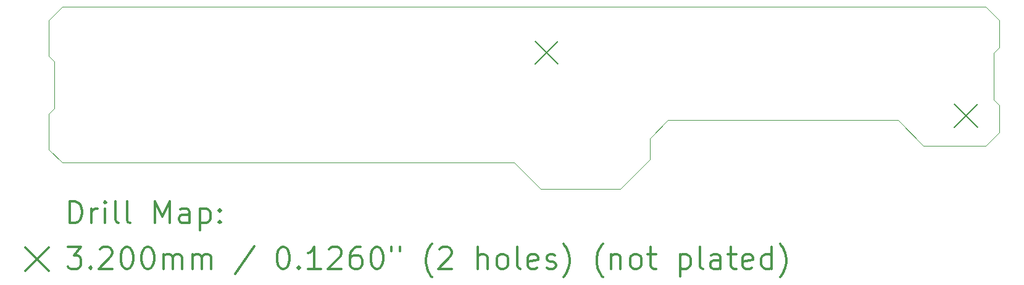
<source format=gbr>
%FSLAX45Y45*%
G04 Gerber Fmt 4.5, Leading zero omitted, Abs format (unit mm)*
G04 Created by KiCad (PCBNEW 5.1.10-88a1d61d58~88~ubuntu18.04.1) date 2021-09-18 16:03:00*
%MOMM*%
%LPD*%
G01*
G04 APERTURE LIST*
%TA.AperFunction,Profile*%
%ADD10C,0.050000*%
%TD*%
%ADD11C,0.200000*%
%ADD12C,0.300000*%
G04 APERTURE END LIST*
D10*
X15540000Y-10537000D02*
X15949000Y-10128000D01*
X15949000Y-9839000D02*
X16196000Y-9592000D01*
X15949000Y-10128000D02*
X15949000Y-9839000D01*
X19352000Y-9592000D02*
X16196000Y-9592000D01*
X19701000Y-9941000D02*
X19352000Y-9592000D01*
X20742000Y-8591000D02*
X20742000Y-8214000D01*
X20669000Y-9311000D02*
X20669000Y-8664000D01*
X20742000Y-9384000D02*
X20669000Y-9311000D01*
X20742000Y-8591000D02*
X20669000Y-8664000D01*
X7780000Y-8781000D02*
X7780000Y-9428000D01*
X7707000Y-8215000D02*
X7707000Y-8708000D01*
X7707000Y-8708000D02*
X7780000Y-8781000D01*
X7707000Y-9501000D02*
X7780000Y-9428000D01*
X20559000Y-8031000D02*
X20742000Y-8214000D01*
X20558000Y-9941000D02*
X20742000Y-9757000D01*
X7889000Y-10176000D02*
X7707000Y-9994000D01*
X14453000Y-10537000D02*
X15540000Y-10537000D01*
X14092000Y-10176000D02*
X14453000Y-10537000D01*
X7891000Y-8031000D02*
X7707000Y-8215000D01*
X7889000Y-10176000D02*
X14092000Y-10176000D01*
X7707000Y-9501000D02*
X7707000Y-9994000D01*
X20558000Y-9941000D02*
X19701000Y-9941000D01*
X20742000Y-9384000D02*
X20742000Y-9757000D01*
X7891000Y-8031000D02*
X20559000Y-8031000D01*
D11*
X14373000Y-8502000D02*
X14693000Y-8822000D01*
X14693000Y-8502000D02*
X14373000Y-8822000D01*
X20124000Y-9370000D02*
X20444000Y-9690000D01*
X20444000Y-9370000D02*
X20124000Y-9690000D01*
D12*
X7990928Y-11005214D02*
X7990928Y-10705214D01*
X8062357Y-10705214D01*
X8105214Y-10719500D01*
X8133786Y-10748072D01*
X8148071Y-10776643D01*
X8162357Y-10833786D01*
X8162357Y-10876643D01*
X8148071Y-10933786D01*
X8133786Y-10962357D01*
X8105214Y-10990929D01*
X8062357Y-11005214D01*
X7990928Y-11005214D01*
X8290928Y-11005214D02*
X8290928Y-10805214D01*
X8290928Y-10862357D02*
X8305214Y-10833786D01*
X8319500Y-10819500D01*
X8348071Y-10805214D01*
X8376643Y-10805214D01*
X8476643Y-11005214D02*
X8476643Y-10805214D01*
X8476643Y-10705214D02*
X8462357Y-10719500D01*
X8476643Y-10733786D01*
X8490928Y-10719500D01*
X8476643Y-10705214D01*
X8476643Y-10733786D01*
X8662357Y-11005214D02*
X8633786Y-10990929D01*
X8619500Y-10962357D01*
X8619500Y-10705214D01*
X8819500Y-11005214D02*
X8790928Y-10990929D01*
X8776643Y-10962357D01*
X8776643Y-10705214D01*
X9162357Y-11005214D02*
X9162357Y-10705214D01*
X9262357Y-10919500D01*
X9362357Y-10705214D01*
X9362357Y-11005214D01*
X9633786Y-11005214D02*
X9633786Y-10848072D01*
X9619500Y-10819500D01*
X9590928Y-10805214D01*
X9533786Y-10805214D01*
X9505214Y-10819500D01*
X9633786Y-10990929D02*
X9605214Y-11005214D01*
X9533786Y-11005214D01*
X9505214Y-10990929D01*
X9490928Y-10962357D01*
X9490928Y-10933786D01*
X9505214Y-10905214D01*
X9533786Y-10890929D01*
X9605214Y-10890929D01*
X9633786Y-10876643D01*
X9776643Y-10805214D02*
X9776643Y-11105214D01*
X9776643Y-10819500D02*
X9805214Y-10805214D01*
X9862357Y-10805214D01*
X9890928Y-10819500D01*
X9905214Y-10833786D01*
X9919500Y-10862357D01*
X9919500Y-10948072D01*
X9905214Y-10976643D01*
X9890928Y-10990929D01*
X9862357Y-11005214D01*
X9805214Y-11005214D01*
X9776643Y-10990929D01*
X10048071Y-10976643D02*
X10062357Y-10990929D01*
X10048071Y-11005214D01*
X10033786Y-10990929D01*
X10048071Y-10976643D01*
X10048071Y-11005214D01*
X10048071Y-10819500D02*
X10062357Y-10833786D01*
X10048071Y-10848072D01*
X10033786Y-10833786D01*
X10048071Y-10819500D01*
X10048071Y-10848072D01*
X7384500Y-11339500D02*
X7704500Y-11659500D01*
X7704500Y-11339500D02*
X7384500Y-11659500D01*
X7962357Y-11335214D02*
X8148071Y-11335214D01*
X8048071Y-11449500D01*
X8090928Y-11449500D01*
X8119500Y-11463786D01*
X8133786Y-11478071D01*
X8148071Y-11506643D01*
X8148071Y-11578071D01*
X8133786Y-11606643D01*
X8119500Y-11620929D01*
X8090928Y-11635214D01*
X8005214Y-11635214D01*
X7976643Y-11620929D01*
X7962357Y-11606643D01*
X8276643Y-11606643D02*
X8290928Y-11620929D01*
X8276643Y-11635214D01*
X8262357Y-11620929D01*
X8276643Y-11606643D01*
X8276643Y-11635214D01*
X8405214Y-11363786D02*
X8419500Y-11349500D01*
X8448071Y-11335214D01*
X8519500Y-11335214D01*
X8548071Y-11349500D01*
X8562357Y-11363786D01*
X8576643Y-11392357D01*
X8576643Y-11420929D01*
X8562357Y-11463786D01*
X8390928Y-11635214D01*
X8576643Y-11635214D01*
X8762357Y-11335214D02*
X8790928Y-11335214D01*
X8819500Y-11349500D01*
X8833786Y-11363786D01*
X8848071Y-11392357D01*
X8862357Y-11449500D01*
X8862357Y-11520929D01*
X8848071Y-11578071D01*
X8833786Y-11606643D01*
X8819500Y-11620929D01*
X8790928Y-11635214D01*
X8762357Y-11635214D01*
X8733786Y-11620929D01*
X8719500Y-11606643D01*
X8705214Y-11578071D01*
X8690928Y-11520929D01*
X8690928Y-11449500D01*
X8705214Y-11392357D01*
X8719500Y-11363786D01*
X8733786Y-11349500D01*
X8762357Y-11335214D01*
X9048071Y-11335214D02*
X9076643Y-11335214D01*
X9105214Y-11349500D01*
X9119500Y-11363786D01*
X9133786Y-11392357D01*
X9148071Y-11449500D01*
X9148071Y-11520929D01*
X9133786Y-11578071D01*
X9119500Y-11606643D01*
X9105214Y-11620929D01*
X9076643Y-11635214D01*
X9048071Y-11635214D01*
X9019500Y-11620929D01*
X9005214Y-11606643D01*
X8990928Y-11578071D01*
X8976643Y-11520929D01*
X8976643Y-11449500D01*
X8990928Y-11392357D01*
X9005214Y-11363786D01*
X9019500Y-11349500D01*
X9048071Y-11335214D01*
X9276643Y-11635214D02*
X9276643Y-11435214D01*
X9276643Y-11463786D02*
X9290928Y-11449500D01*
X9319500Y-11435214D01*
X9362357Y-11435214D01*
X9390928Y-11449500D01*
X9405214Y-11478071D01*
X9405214Y-11635214D01*
X9405214Y-11478071D02*
X9419500Y-11449500D01*
X9448071Y-11435214D01*
X9490928Y-11435214D01*
X9519500Y-11449500D01*
X9533786Y-11478071D01*
X9533786Y-11635214D01*
X9676643Y-11635214D02*
X9676643Y-11435214D01*
X9676643Y-11463786D02*
X9690928Y-11449500D01*
X9719500Y-11435214D01*
X9762357Y-11435214D01*
X9790928Y-11449500D01*
X9805214Y-11478071D01*
X9805214Y-11635214D01*
X9805214Y-11478071D02*
X9819500Y-11449500D01*
X9848071Y-11435214D01*
X9890928Y-11435214D01*
X9919500Y-11449500D01*
X9933786Y-11478071D01*
X9933786Y-11635214D01*
X10519500Y-11320929D02*
X10262357Y-11706643D01*
X10905214Y-11335214D02*
X10933786Y-11335214D01*
X10962357Y-11349500D01*
X10976643Y-11363786D01*
X10990928Y-11392357D01*
X11005214Y-11449500D01*
X11005214Y-11520929D01*
X10990928Y-11578071D01*
X10976643Y-11606643D01*
X10962357Y-11620929D01*
X10933786Y-11635214D01*
X10905214Y-11635214D01*
X10876643Y-11620929D01*
X10862357Y-11606643D01*
X10848071Y-11578071D01*
X10833786Y-11520929D01*
X10833786Y-11449500D01*
X10848071Y-11392357D01*
X10862357Y-11363786D01*
X10876643Y-11349500D01*
X10905214Y-11335214D01*
X11133786Y-11606643D02*
X11148071Y-11620929D01*
X11133786Y-11635214D01*
X11119500Y-11620929D01*
X11133786Y-11606643D01*
X11133786Y-11635214D01*
X11433786Y-11635214D02*
X11262357Y-11635214D01*
X11348071Y-11635214D02*
X11348071Y-11335214D01*
X11319500Y-11378071D01*
X11290928Y-11406643D01*
X11262357Y-11420929D01*
X11548071Y-11363786D02*
X11562357Y-11349500D01*
X11590928Y-11335214D01*
X11662357Y-11335214D01*
X11690928Y-11349500D01*
X11705214Y-11363786D01*
X11719500Y-11392357D01*
X11719500Y-11420929D01*
X11705214Y-11463786D01*
X11533786Y-11635214D01*
X11719500Y-11635214D01*
X11976643Y-11335214D02*
X11919500Y-11335214D01*
X11890928Y-11349500D01*
X11876643Y-11363786D01*
X11848071Y-11406643D01*
X11833786Y-11463786D01*
X11833786Y-11578071D01*
X11848071Y-11606643D01*
X11862357Y-11620929D01*
X11890928Y-11635214D01*
X11948071Y-11635214D01*
X11976643Y-11620929D01*
X11990928Y-11606643D01*
X12005214Y-11578071D01*
X12005214Y-11506643D01*
X11990928Y-11478071D01*
X11976643Y-11463786D01*
X11948071Y-11449500D01*
X11890928Y-11449500D01*
X11862357Y-11463786D01*
X11848071Y-11478071D01*
X11833786Y-11506643D01*
X12190928Y-11335214D02*
X12219500Y-11335214D01*
X12248071Y-11349500D01*
X12262357Y-11363786D01*
X12276643Y-11392357D01*
X12290928Y-11449500D01*
X12290928Y-11520929D01*
X12276643Y-11578071D01*
X12262357Y-11606643D01*
X12248071Y-11620929D01*
X12219500Y-11635214D01*
X12190928Y-11635214D01*
X12162357Y-11620929D01*
X12148071Y-11606643D01*
X12133786Y-11578071D01*
X12119500Y-11520929D01*
X12119500Y-11449500D01*
X12133786Y-11392357D01*
X12148071Y-11363786D01*
X12162357Y-11349500D01*
X12190928Y-11335214D01*
X12405214Y-11335214D02*
X12405214Y-11392357D01*
X12519500Y-11335214D02*
X12519500Y-11392357D01*
X12962357Y-11749500D02*
X12948071Y-11735214D01*
X12919500Y-11692357D01*
X12905214Y-11663786D01*
X12890928Y-11620929D01*
X12876643Y-11549500D01*
X12876643Y-11492357D01*
X12890928Y-11420929D01*
X12905214Y-11378071D01*
X12919500Y-11349500D01*
X12948071Y-11306643D01*
X12962357Y-11292357D01*
X13062357Y-11363786D02*
X13076643Y-11349500D01*
X13105214Y-11335214D01*
X13176643Y-11335214D01*
X13205214Y-11349500D01*
X13219500Y-11363786D01*
X13233786Y-11392357D01*
X13233786Y-11420929D01*
X13219500Y-11463786D01*
X13048071Y-11635214D01*
X13233786Y-11635214D01*
X13590928Y-11635214D02*
X13590928Y-11335214D01*
X13719500Y-11635214D02*
X13719500Y-11478071D01*
X13705214Y-11449500D01*
X13676643Y-11435214D01*
X13633786Y-11435214D01*
X13605214Y-11449500D01*
X13590928Y-11463786D01*
X13905214Y-11635214D02*
X13876643Y-11620929D01*
X13862357Y-11606643D01*
X13848071Y-11578071D01*
X13848071Y-11492357D01*
X13862357Y-11463786D01*
X13876643Y-11449500D01*
X13905214Y-11435214D01*
X13948071Y-11435214D01*
X13976643Y-11449500D01*
X13990928Y-11463786D01*
X14005214Y-11492357D01*
X14005214Y-11578071D01*
X13990928Y-11606643D01*
X13976643Y-11620929D01*
X13948071Y-11635214D01*
X13905214Y-11635214D01*
X14176643Y-11635214D02*
X14148071Y-11620929D01*
X14133786Y-11592357D01*
X14133786Y-11335214D01*
X14405214Y-11620929D02*
X14376643Y-11635214D01*
X14319500Y-11635214D01*
X14290928Y-11620929D01*
X14276643Y-11592357D01*
X14276643Y-11478071D01*
X14290928Y-11449500D01*
X14319500Y-11435214D01*
X14376643Y-11435214D01*
X14405214Y-11449500D01*
X14419500Y-11478071D01*
X14419500Y-11506643D01*
X14276643Y-11535214D01*
X14533786Y-11620929D02*
X14562357Y-11635214D01*
X14619500Y-11635214D01*
X14648071Y-11620929D01*
X14662357Y-11592357D01*
X14662357Y-11578071D01*
X14648071Y-11549500D01*
X14619500Y-11535214D01*
X14576643Y-11535214D01*
X14548071Y-11520929D01*
X14533786Y-11492357D01*
X14533786Y-11478071D01*
X14548071Y-11449500D01*
X14576643Y-11435214D01*
X14619500Y-11435214D01*
X14648071Y-11449500D01*
X14762357Y-11749500D02*
X14776643Y-11735214D01*
X14805214Y-11692357D01*
X14819500Y-11663786D01*
X14833786Y-11620929D01*
X14848071Y-11549500D01*
X14848071Y-11492357D01*
X14833786Y-11420929D01*
X14819500Y-11378071D01*
X14805214Y-11349500D01*
X14776643Y-11306643D01*
X14762357Y-11292357D01*
X15305214Y-11749500D02*
X15290928Y-11735214D01*
X15262357Y-11692357D01*
X15248071Y-11663786D01*
X15233786Y-11620929D01*
X15219500Y-11549500D01*
X15219500Y-11492357D01*
X15233786Y-11420929D01*
X15248071Y-11378071D01*
X15262357Y-11349500D01*
X15290928Y-11306643D01*
X15305214Y-11292357D01*
X15419500Y-11435214D02*
X15419500Y-11635214D01*
X15419500Y-11463786D02*
X15433786Y-11449500D01*
X15462357Y-11435214D01*
X15505214Y-11435214D01*
X15533786Y-11449500D01*
X15548071Y-11478071D01*
X15548071Y-11635214D01*
X15733786Y-11635214D02*
X15705214Y-11620929D01*
X15690928Y-11606643D01*
X15676643Y-11578071D01*
X15676643Y-11492357D01*
X15690928Y-11463786D01*
X15705214Y-11449500D01*
X15733786Y-11435214D01*
X15776643Y-11435214D01*
X15805214Y-11449500D01*
X15819500Y-11463786D01*
X15833786Y-11492357D01*
X15833786Y-11578071D01*
X15819500Y-11606643D01*
X15805214Y-11620929D01*
X15776643Y-11635214D01*
X15733786Y-11635214D01*
X15919500Y-11435214D02*
X16033786Y-11435214D01*
X15962357Y-11335214D02*
X15962357Y-11592357D01*
X15976643Y-11620929D01*
X16005214Y-11635214D01*
X16033786Y-11635214D01*
X16362357Y-11435214D02*
X16362357Y-11735214D01*
X16362357Y-11449500D02*
X16390928Y-11435214D01*
X16448071Y-11435214D01*
X16476643Y-11449500D01*
X16490928Y-11463786D01*
X16505214Y-11492357D01*
X16505214Y-11578071D01*
X16490928Y-11606643D01*
X16476643Y-11620929D01*
X16448071Y-11635214D01*
X16390928Y-11635214D01*
X16362357Y-11620929D01*
X16676643Y-11635214D02*
X16648071Y-11620929D01*
X16633786Y-11592357D01*
X16633786Y-11335214D01*
X16919500Y-11635214D02*
X16919500Y-11478071D01*
X16905214Y-11449500D01*
X16876643Y-11435214D01*
X16819500Y-11435214D01*
X16790928Y-11449500D01*
X16919500Y-11620929D02*
X16890928Y-11635214D01*
X16819500Y-11635214D01*
X16790928Y-11620929D01*
X16776643Y-11592357D01*
X16776643Y-11563786D01*
X16790928Y-11535214D01*
X16819500Y-11520929D01*
X16890928Y-11520929D01*
X16919500Y-11506643D01*
X17019500Y-11435214D02*
X17133786Y-11435214D01*
X17062357Y-11335214D02*
X17062357Y-11592357D01*
X17076643Y-11620929D01*
X17105214Y-11635214D01*
X17133786Y-11635214D01*
X17348071Y-11620929D02*
X17319500Y-11635214D01*
X17262357Y-11635214D01*
X17233786Y-11620929D01*
X17219500Y-11592357D01*
X17219500Y-11478071D01*
X17233786Y-11449500D01*
X17262357Y-11435214D01*
X17319500Y-11435214D01*
X17348071Y-11449500D01*
X17362357Y-11478071D01*
X17362357Y-11506643D01*
X17219500Y-11535214D01*
X17619500Y-11635214D02*
X17619500Y-11335214D01*
X17619500Y-11620929D02*
X17590928Y-11635214D01*
X17533786Y-11635214D01*
X17505214Y-11620929D01*
X17490928Y-11606643D01*
X17476643Y-11578071D01*
X17476643Y-11492357D01*
X17490928Y-11463786D01*
X17505214Y-11449500D01*
X17533786Y-11435214D01*
X17590928Y-11435214D01*
X17619500Y-11449500D01*
X17733786Y-11749500D02*
X17748071Y-11735214D01*
X17776643Y-11692357D01*
X17790928Y-11663786D01*
X17805214Y-11620929D01*
X17819500Y-11549500D01*
X17819500Y-11492357D01*
X17805214Y-11420929D01*
X17790928Y-11378071D01*
X17776643Y-11349500D01*
X17748071Y-11306643D01*
X17733786Y-11292357D01*
M02*

</source>
